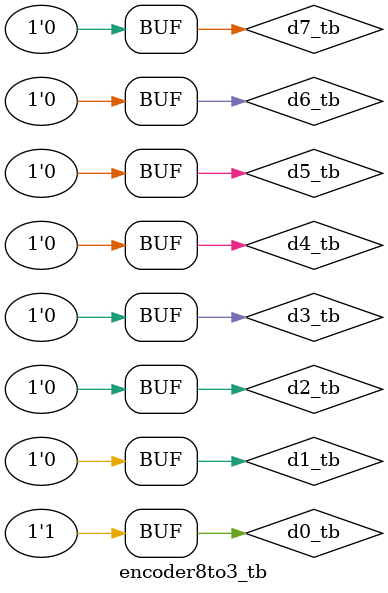
<source format=v>
 module encoder8to3_tb();
  reg d0_tb,d1_tb,d2_tb,d3_tb,d4_tb,d5_tb,d6_tb,d7_tb;
  wire y2_tb,y1_tb,y0_tb;
  encoder8to3 
   duv(.d0(d0_tb),.d1(d1_tb),.d2(d2_tb),.d3(d3_tb),.d4(d4_tb),.d5(d5_tb),.d6(d6_tb),.d7(d7_tb),.y2(y2_tb),.y1(y1_tb),.y0(y0_tb));
 initial 
  begin
    $dumpfile("test.vcd");
    $dumpvars;
    d0_tb=0;d1_tb=0;d2_tb=0;d3_tb=0;d4_tb=0;d5_tb=0;d6_tb=0;d7_tb=1;#10;
    d0_tb=0;d1_tb=0;d2_tb=0;d3_tb=0;d4_tb=0;d5_tb=0;d6_tb=1;d7_tb=0;#10;
    d0_tb=0;d1_tb=0;d2_tb=0;d3_tb=0;d4_tb=0;d5_tb=1;d6_tb=0;d7_tb=0;#10;
    d0_tb=0;d1_tb=0;d2_tb=0;d3_tb=0;d4_tb=1;d5_tb=0;d6_tb=0;d7_tb=0;#10;
    d0_tb=0;d1_tb=0;d2_tb=0;d3_tb=1;d4_tb=0;d5_tb=0;d6_tb=0;d7_tb=0;#10;
    d0_tb=0;d1_tb=0;d2_tb=1;d3_tb=0;d4_tb=0;d5_tb=0;d6_tb=0;d7_tb=0;#10;
    d0_tb=0;d1_tb=1;d2_tb=0;d3_tb=0;d4_tb=0;d5_tb=0;d6_tb=0;d7_tb=0;#10;
    d0_tb=1;d1_tb=0;d2_tb=0;d3_tb=0;d4_tb=0;d5_tb=0;d6_tb=0;d7_tb=0;#10;
  end
 endmodule 

</source>
